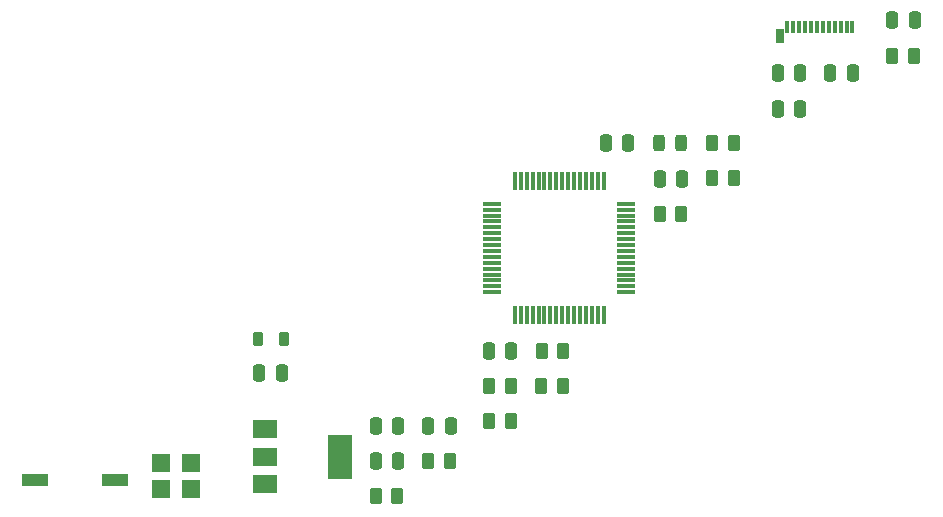
<source format=gbr>
%TF.GenerationSoftware,KiCad,Pcbnew,(6.0.11)*%
%TF.CreationDate,2023-02-06T10:27:39-08:00*%
%TF.ProjectId,EV1,4556312e-6b69-4636-9164-5f7063625858,rev?*%
%TF.SameCoordinates,Original*%
%TF.FileFunction,Paste,Top*%
%TF.FilePolarity,Positive*%
%FSLAX46Y46*%
G04 Gerber Fmt 4.6, Leading zero omitted, Abs format (unit mm)*
G04 Created by KiCad (PCBNEW (6.0.11)) date 2023-02-06 10:27:39*
%MOMM*%
%LPD*%
G01*
G04 APERTURE LIST*
G04 Aperture macros list*
%AMRoundRect*
0 Rectangle with rounded corners*
0 $1 Rounding radius*
0 $2 $3 $4 $5 $6 $7 $8 $9 X,Y pos of 4 corners*
0 Add a 4 corners polygon primitive as box body*
4,1,4,$2,$3,$4,$5,$6,$7,$8,$9,$2,$3,0*
0 Add four circle primitives for the rounded corners*
1,1,$1+$1,$2,$3*
1,1,$1+$1,$4,$5*
1,1,$1+$1,$6,$7*
1,1,$1+$1,$8,$9*
0 Add four rect primitives between the rounded corners*
20,1,$1+$1,$2,$3,$4,$5,0*
20,1,$1+$1,$4,$5,$6,$7,0*
20,1,$1+$1,$6,$7,$8,$9,0*
20,1,$1+$1,$8,$9,$2,$3,0*%
G04 Aperture macros list end*
%ADD10R,1.600000X1.500000*%
%ADD11R,2.000000X1.500000*%
%ADD12R,2.000000X3.800000*%
%ADD13RoundRect,0.075000X-0.700000X-0.075000X0.700000X-0.075000X0.700000X0.075000X-0.700000X0.075000X0*%
%ADD14RoundRect,0.075000X-0.075000X-0.700000X0.075000X-0.700000X0.075000X0.700000X-0.075000X0.700000X0*%
%ADD15R,2.160000X1.120000*%
%ADD16RoundRect,0.250000X-0.262500X-0.450000X0.262500X-0.450000X0.262500X0.450000X-0.262500X0.450000X0*%
%ADD17R,0.380000X1.000000*%
%ADD18R,0.700000X1.150000*%
%ADD19RoundRect,0.243750X-0.243750X-0.456250X0.243750X-0.456250X0.243750X0.456250X-0.243750X0.456250X0*%
%ADD20RoundRect,0.250000X-0.250000X-0.475000X0.250000X-0.475000X0.250000X0.475000X-0.250000X0.475000X0*%
%ADD21RoundRect,0.218750X-0.218750X-0.381250X0.218750X-0.381250X0.218750X0.381250X-0.218750X0.381250X0*%
G04 APERTURE END LIST*
D10*
%TO.C,Y1*%
X132818400Y-118597200D03*
X135358400Y-118597200D03*
X135358400Y-116397200D03*
X132818400Y-116397200D03*
%TD*%
D11*
%TO.C,U2*%
X141638400Y-113527200D03*
D12*
X147938400Y-115827200D03*
D11*
X141638400Y-115827200D03*
X141638400Y-118127200D03*
%TD*%
D13*
%TO.C,U1*%
X160863400Y-94417200D03*
X160863400Y-94917200D03*
X160863400Y-95417200D03*
X160863400Y-95917200D03*
X160863400Y-96417200D03*
X160863400Y-96917200D03*
X160863400Y-97417200D03*
X160863400Y-97917200D03*
X160863400Y-98417200D03*
X160863400Y-98917200D03*
X160863400Y-99417200D03*
X160863400Y-99917200D03*
X160863400Y-100417200D03*
X160863400Y-100917200D03*
X160863400Y-101417200D03*
X160863400Y-101917200D03*
D14*
X162788400Y-103842200D03*
X163288400Y-103842200D03*
X163788400Y-103842200D03*
X164288400Y-103842200D03*
X164788400Y-103842200D03*
X165288400Y-103842200D03*
X165788400Y-103842200D03*
X166288400Y-103842200D03*
X166788400Y-103842200D03*
X167288400Y-103842200D03*
X167788400Y-103842200D03*
X168288400Y-103842200D03*
X168788400Y-103842200D03*
X169288400Y-103842200D03*
X169788400Y-103842200D03*
X170288400Y-103842200D03*
D13*
X172213400Y-101917200D03*
X172213400Y-101417200D03*
X172213400Y-100917200D03*
X172213400Y-100417200D03*
X172213400Y-99917200D03*
X172213400Y-99417200D03*
X172213400Y-98917200D03*
X172213400Y-98417200D03*
X172213400Y-97917200D03*
X172213400Y-97417200D03*
X172213400Y-96917200D03*
X172213400Y-96417200D03*
X172213400Y-95917200D03*
X172213400Y-95417200D03*
X172213400Y-94917200D03*
X172213400Y-94417200D03*
D14*
X170288400Y-92492200D03*
X169788400Y-92492200D03*
X169288400Y-92492200D03*
X168788400Y-92492200D03*
X168288400Y-92492200D03*
X167788400Y-92492200D03*
X167288400Y-92492200D03*
X166788400Y-92492200D03*
X166288400Y-92492200D03*
X165788400Y-92492200D03*
X165288400Y-92492200D03*
X164788400Y-92492200D03*
X164288400Y-92492200D03*
X163788400Y-92492200D03*
X163288400Y-92492200D03*
X162788400Y-92492200D03*
%TD*%
D15*
%TO.C,SW2*%
X122173400Y-117797200D03*
X128903400Y-117797200D03*
%TD*%
D16*
%TO.C,R10*%
X160605900Y-109877200D03*
X162430900Y-109877200D03*
%TD*%
%TO.C,R9*%
X179505900Y-89247200D03*
X181330900Y-89247200D03*
%TD*%
%TO.C,R8*%
X151005900Y-119197200D03*
X152830900Y-119197200D03*
%TD*%
%TO.C,R7*%
X179505900Y-92197200D03*
X181330900Y-92197200D03*
%TD*%
%TO.C,R6*%
X165015900Y-109877200D03*
X166840900Y-109877200D03*
%TD*%
%TO.C,R5*%
X165055900Y-106867200D03*
X166880900Y-106867200D03*
%TD*%
%TO.C,R4*%
X194755900Y-81877200D03*
X196580900Y-81877200D03*
%TD*%
%TO.C,R3*%
X175055900Y-95297200D03*
X176880900Y-95297200D03*
%TD*%
%TO.C,R2*%
X160605900Y-112827200D03*
X162430900Y-112827200D03*
%TD*%
%TO.C,R1*%
X155455900Y-116187200D03*
X157280900Y-116187200D03*
%TD*%
D17*
%TO.C,P1*%
X185863400Y-79417200D03*
X186363400Y-79417200D03*
X186863400Y-79417200D03*
X187363400Y-79417200D03*
X187863400Y-79417200D03*
X188363400Y-79417200D03*
X188863400Y-79417200D03*
X189363400Y-79417200D03*
X189863400Y-79417200D03*
X190363400Y-79417200D03*
X190863400Y-79417200D03*
X191363400Y-79417200D03*
D18*
X185193400Y-80257200D03*
%TD*%
D19*
%TO.C,D1*%
X174970900Y-89292200D03*
X176845900Y-89292200D03*
%TD*%
D20*
%TO.C,C14*%
X155438400Y-113207200D03*
X157338400Y-113207200D03*
%TD*%
%TO.C,C13*%
X189488400Y-83367200D03*
X191388400Y-83367200D03*
%TD*%
%TO.C,C12*%
X170488400Y-89277200D03*
X172388400Y-89277200D03*
%TD*%
%TO.C,C11*%
X150988400Y-116217200D03*
X152888400Y-116217200D03*
%TD*%
%TO.C,C10*%
X141138400Y-108747200D03*
X143038400Y-108747200D03*
%TD*%
%TO.C,C9*%
X185038400Y-83367200D03*
X186938400Y-83367200D03*
%TD*%
%TO.C,C8*%
X175038400Y-92317200D03*
X176938400Y-92317200D03*
%TD*%
%TO.C,C4*%
X185038400Y-86377200D03*
X186938400Y-86377200D03*
%TD*%
%TO.C,C3*%
X150988400Y-113207200D03*
X152888400Y-113207200D03*
%TD*%
%TO.C,C2*%
X194738400Y-78897200D03*
X196638400Y-78897200D03*
%TD*%
%TO.C,C1*%
X160588400Y-106897200D03*
X162488400Y-106897200D03*
%TD*%
D21*
%TO.C,120R1*%
X141075900Y-105867200D03*
X143200900Y-105867200D03*
%TD*%
M02*

</source>
